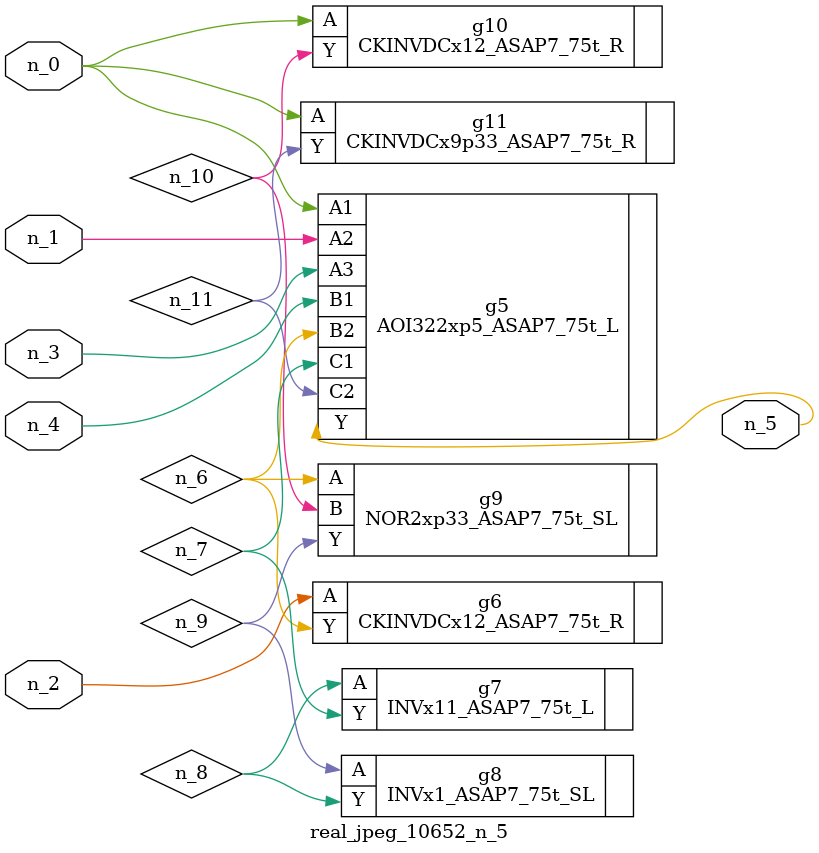
<source format=v>
module real_jpeg_10652_n_5 (n_4, n_0, n_1, n_2, n_3, n_5);

input n_4;
input n_0;
input n_1;
input n_2;
input n_3;

output n_5;

wire n_8;
wire n_11;
wire n_6;
wire n_7;
wire n_10;
wire n_9;

AOI322xp5_ASAP7_75t_L g5 ( 
.A1(n_0),
.A2(n_1),
.A3(n_3),
.B1(n_4),
.B2(n_6),
.C1(n_7),
.C2(n_11),
.Y(n_5)
);

CKINVDCx12_ASAP7_75t_R g10 ( 
.A(n_0),
.Y(n_10)
);

CKINVDCx9p33_ASAP7_75t_R g11 ( 
.A(n_0),
.Y(n_11)
);

CKINVDCx12_ASAP7_75t_R g6 ( 
.A(n_2),
.Y(n_6)
);

NOR2xp33_ASAP7_75t_SL g9 ( 
.A(n_6),
.B(n_10),
.Y(n_9)
);

INVx11_ASAP7_75t_L g7 ( 
.A(n_8),
.Y(n_7)
);

INVx1_ASAP7_75t_SL g8 ( 
.A(n_9),
.Y(n_8)
);


endmodule
</source>
